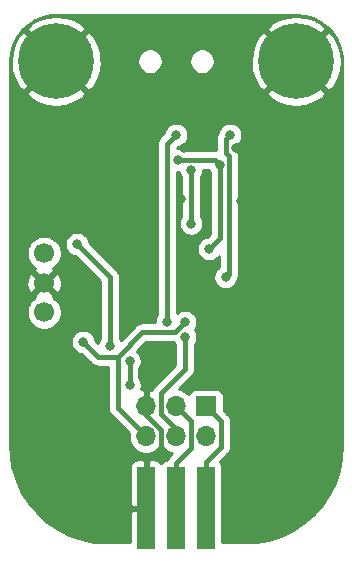
<source format=gbr>
%TF.GenerationSoftware,KiCad,Pcbnew,(5.1.10)-1*%
%TF.CreationDate,2021-09-08T15:10:06+01:00*%
%TF.ProjectId,Tiny-Pogo-AVR,54696e79-2d50-46f6-976f-2d4156522e6b,rev?*%
%TF.SameCoordinates,Original*%
%TF.FileFunction,Copper,L2,Bot*%
%TF.FilePolarity,Positive*%
%FSLAX46Y46*%
G04 Gerber Fmt 4.6, Leading zero omitted, Abs format (unit mm)*
G04 Created by KiCad (PCBNEW (5.1.10)-1) date 2021-09-08 15:10:06*
%MOMM*%
%LPD*%
G01*
G04 APERTURE LIST*
%TA.AperFunction,ComponentPad*%
%ADD10C,0.800000*%
%TD*%
%TA.AperFunction,ComponentPad*%
%ADD11C,6.400000*%
%TD*%
%TA.AperFunction,ComponentPad*%
%ADD12C,1.700000*%
%TD*%
%TA.AperFunction,ComponentPad*%
%ADD13O,1.700000X1.700000*%
%TD*%
%TA.AperFunction,ComponentPad*%
%ADD14R,1.700000X1.700000*%
%TD*%
%TA.AperFunction,SMDPad,CuDef*%
%ADD15R,1.500000X7.000000*%
%TD*%
%TA.AperFunction,ViaPad*%
%ADD16C,0.800000*%
%TD*%
%TA.AperFunction,Conductor*%
%ADD17C,0.400000*%
%TD*%
%TA.AperFunction,Conductor*%
%ADD18C,0.254000*%
%TD*%
%TA.AperFunction,Conductor*%
%ADD19C,0.100000*%
%TD*%
G04 APERTURE END LIST*
D10*
%TO.P,H2,1*%
%TO.N,GND*%
X150287056Y-61802944D03*
X148590000Y-61100000D03*
X146892944Y-61802944D03*
X146190000Y-63500000D03*
X146892944Y-65197056D03*
X148590000Y-65900000D03*
X150287056Y-65197056D03*
X150990000Y-63500000D03*
D11*
X148590000Y-63500000D03*
%TD*%
D10*
%TO.P,H1,1*%
%TO.N,GND*%
X129967056Y-61802944D03*
X128270000Y-61100000D03*
X126572944Y-61802944D03*
X125870000Y-63500000D03*
X126572944Y-65197056D03*
X128270000Y-65900000D03*
X129967056Y-65197056D03*
X130670000Y-63500000D03*
D11*
X128270000Y-63500000D03*
%TD*%
D12*
%TO.P,Y1,3*%
%TO.N,/XTAL2*%
X127254000Y-84756000D03*
%TO.P,Y1,2*%
%TO.N,GND*%
X127254000Y-82256000D03*
%TO.P,Y1,1*%
%TO.N,/XTAL1*%
X127254000Y-79756000D03*
%TD*%
D13*
%TO.P,J3,6*%
%TO.N,/RST*%
X135890000Y-95250000D03*
%TO.P,J3,5*%
%TO.N,GND*%
X135890000Y-92710000D03*
%TO.P,J3,4*%
%TO.N,/SCK*%
X138430000Y-95250000D03*
%TO.P,J3,3*%
%TO.N,/MOSI*%
X138430000Y-92710000D03*
%TO.P,J3,2*%
%TO.N,/MISO*%
X140970000Y-95250000D03*
D14*
%TO.P,J3,1*%
%TO.N,/TARGET_VCC*%
X140970000Y-92710000D03*
%TD*%
D15*
%TO.P,J1,5*%
%TO.N,GND*%
X135890000Y-101346000D03*
%TO.P,J1,3*%
%TO.N,/MOSI*%
X138430000Y-101346000D03*
%TO.P,J1,1*%
%TO.N,/TARGET_VCC*%
X140970000Y-101346000D03*
%TD*%
D16*
%TO.N,GND*%
X134112000Y-99568000D03*
X149352000Y-97917000D03*
X134874000Y-68453000D03*
X148463000Y-79248000D03*
X148717000Y-72136000D03*
X138811000Y-75184000D03*
X133604000Y-75184000D03*
X143891000Y-75311000D03*
X134493000Y-78994000D03*
X139065000Y-70866000D03*
X143510000Y-70866000D03*
X139192000Y-80518000D03*
X137668000Y-88138000D03*
%TO.N,+3V3*%
X139700000Y-72682000D03*
X139700000Y-77254000D03*
%TO.N,VCC*%
X138557000Y-71882000D03*
X142113000Y-72263000D03*
X132842000Y-87630000D03*
X130048000Y-78994000D03*
X141224000Y-79375000D03*
%TO.N,/SCK*%
X139192000Y-86868000D03*
%TO.N,/RST*%
X130556000Y-87249000D03*
X139192000Y-85598000D03*
%TO.N,/MOSI*%
X134493000Y-88900000D03*
X134493000Y-90932000D03*
%TO.N,/D-*%
X143002000Y-69723000D03*
X142621000Y-81788000D03*
%TO.N,/D+*%
X137668000Y-85598000D03*
X138430010Y-69723000D03*
%TD*%
D17*
%TO.N,GND*%
X135890000Y-93472000D02*
X135890000Y-92710000D01*
X137140001Y-94722001D02*
X135890000Y-93472000D01*
X137140001Y-96158999D02*
X137140001Y-94722001D01*
X135890000Y-97409000D02*
X137140001Y-96158999D01*
X135890000Y-101346000D02*
X135890000Y-97409000D01*
X135890000Y-89916000D02*
X137668000Y-88138000D01*
X135890000Y-92710000D02*
X135890000Y-89916000D01*
%TO.N,+3V3*%
X139700000Y-72682000D02*
X139700000Y-77254000D01*
%TO.N,VCC*%
X141732000Y-71882000D02*
X142113000Y-72263000D01*
X138557000Y-71882000D02*
X141732000Y-71882000D01*
X132842000Y-81788000D02*
X130048000Y-78994000D01*
X132842000Y-87630000D02*
X132842000Y-81788000D01*
X142113000Y-78486000D02*
X141224000Y-79375000D01*
X142113000Y-72263000D02*
X142113000Y-78486000D01*
%TO.N,/SCK*%
X139192000Y-89535000D02*
X139192000Y-86868000D01*
X137179999Y-91547001D02*
X139192000Y-89535000D01*
X137179999Y-93364999D02*
X137179999Y-91547001D01*
X138430000Y-94615000D02*
X137179999Y-93364999D01*
X138430000Y-95250000D02*
X138430000Y-94615000D01*
%TO.N,/RST*%
X130556000Y-87249000D02*
X131826000Y-88519000D01*
X131826000Y-88519000D02*
X133477000Y-88519000D01*
X133477000Y-92837000D02*
X133477000Y-88519000D01*
X135890000Y-95250000D02*
X133477000Y-92837000D01*
X133477000Y-88519000D02*
X135547002Y-86448998D01*
X135547002Y-86448998D02*
X138341002Y-86448998D01*
X138341002Y-86448998D02*
X139192000Y-85598000D01*
%TO.N,/MOSI*%
X138430000Y-101346000D02*
X138430000Y-97536000D01*
X139680001Y-93960001D02*
X138430000Y-92710000D01*
X139680001Y-96285999D02*
X139680001Y-93960001D01*
X138430000Y-97536000D02*
X139680001Y-96285999D01*
X134493000Y-88900000D02*
X134493000Y-90932000D01*
%TO.N,/D-*%
X143002000Y-69723000D02*
X142621000Y-70104000D01*
X142621000Y-70104000D02*
X142621000Y-71247000D01*
X142913001Y-81495999D02*
X142621000Y-81788000D01*
X142913001Y-71539001D02*
X142913001Y-81495999D01*
X142621000Y-71247000D02*
X142913001Y-71539001D01*
%TO.N,/D+*%
X137668000Y-85598000D02*
X137668000Y-70485010D01*
X137668000Y-70485010D02*
X138430010Y-69723000D01*
%TO.N,/TARGET_VCC*%
X140970000Y-101346000D02*
X140970000Y-97409000D01*
X142220001Y-93960001D02*
X140970000Y-92710000D01*
X142220001Y-96158999D02*
X142220001Y-93960001D01*
X140970000Y-97409000D02*
X142220001Y-96158999D01*
%TD*%
D18*
%TO.N,GND*%
X149302396Y-59656241D02*
X149990940Y-59850429D01*
X150632563Y-60166843D01*
X151205777Y-60594882D01*
X151691393Y-61120220D01*
X152073142Y-61725255D01*
X152338237Y-62389720D01*
X152480350Y-63104173D01*
X152502000Y-63517274D01*
X152502001Y-95990090D01*
X152428262Y-97100279D01*
X152212682Y-98169438D01*
X151857594Y-99200687D01*
X151369232Y-100175924D01*
X150756185Y-101077996D01*
X150029210Y-101891072D01*
X149201096Y-102600852D01*
X148286373Y-103194880D01*
X147301129Y-103662709D01*
X146262668Y-103996123D01*
X145185814Y-104189879D01*
X144253563Y-104242000D01*
X142358072Y-104242000D01*
X142358072Y-97846000D01*
X142345812Y-97721518D01*
X142309502Y-97601820D01*
X142250537Y-97491506D01*
X142171185Y-97394815D01*
X142167817Y-97392051D01*
X142781429Y-96778439D01*
X142813292Y-96752290D01*
X142917637Y-96625145D01*
X142995173Y-96480086D01*
X143042919Y-96322688D01*
X143055001Y-96200018D01*
X143055001Y-96200008D01*
X143059040Y-96159000D01*
X143055001Y-96117992D01*
X143055001Y-94001008D01*
X143059040Y-93960000D01*
X143055001Y-93918992D01*
X143055001Y-93918982D01*
X143042919Y-93796312D01*
X142995173Y-93638914D01*
X142917637Y-93493855D01*
X142813292Y-93366710D01*
X142781427Y-93340559D01*
X142458072Y-93017204D01*
X142458072Y-91860000D01*
X142445812Y-91735518D01*
X142409502Y-91615820D01*
X142350537Y-91505506D01*
X142271185Y-91408815D01*
X142174494Y-91329463D01*
X142064180Y-91270498D01*
X141944482Y-91234188D01*
X141820000Y-91221928D01*
X140120000Y-91221928D01*
X139995518Y-91234188D01*
X139875820Y-91270498D01*
X139765506Y-91329463D01*
X139668815Y-91408815D01*
X139589463Y-91505506D01*
X139530498Y-91615820D01*
X139508487Y-91688380D01*
X139376632Y-91556525D01*
X139133411Y-91394010D01*
X138863158Y-91282068D01*
X138665180Y-91242687D01*
X139753428Y-90154440D01*
X139785291Y-90128291D01*
X139889636Y-90001146D01*
X139967172Y-89856087D01*
X140014918Y-89698689D01*
X140027000Y-89576019D01*
X140027000Y-89576018D01*
X140031040Y-89535001D01*
X140027000Y-89493982D01*
X140027000Y-87481285D01*
X140109205Y-87358256D01*
X140187226Y-87169898D01*
X140227000Y-86969939D01*
X140227000Y-86766061D01*
X140187226Y-86566102D01*
X140109205Y-86377744D01*
X140012490Y-86233000D01*
X140109205Y-86088256D01*
X140187226Y-85899898D01*
X140227000Y-85699939D01*
X140227000Y-85496061D01*
X140187226Y-85296102D01*
X140109205Y-85107744D01*
X139995937Y-84938226D01*
X139851774Y-84794063D01*
X139682256Y-84680795D01*
X139493898Y-84602774D01*
X139293939Y-84563000D01*
X139090061Y-84563000D01*
X138890102Y-84602774D01*
X138701744Y-84680795D01*
X138532226Y-84794063D01*
X138503000Y-84823289D01*
X138503000Y-72917000D01*
X138658939Y-72917000D01*
X138690229Y-72910776D01*
X138704774Y-72983898D01*
X138782795Y-73172256D01*
X138865000Y-73295285D01*
X138865001Y-76640714D01*
X138782795Y-76763744D01*
X138704774Y-76952102D01*
X138665000Y-77152061D01*
X138665000Y-77355939D01*
X138704774Y-77555898D01*
X138782795Y-77744256D01*
X138896063Y-77913774D01*
X139040226Y-78057937D01*
X139209744Y-78171205D01*
X139398102Y-78249226D01*
X139598061Y-78289000D01*
X139801939Y-78289000D01*
X140001898Y-78249226D01*
X140190256Y-78171205D01*
X140359774Y-78057937D01*
X140503937Y-77913774D01*
X140617205Y-77744256D01*
X140695226Y-77555898D01*
X140735000Y-77355939D01*
X140735000Y-77152061D01*
X140695226Y-76952102D01*
X140617205Y-76763744D01*
X140535000Y-76640715D01*
X140535000Y-73295285D01*
X140617205Y-73172256D01*
X140695226Y-72983898D01*
X140735000Y-72783939D01*
X140735000Y-72717000D01*
X141180777Y-72717000D01*
X141195795Y-72753256D01*
X141278000Y-72876285D01*
X141278001Y-78140131D01*
X141067224Y-78350908D01*
X140922102Y-78379774D01*
X140733744Y-78457795D01*
X140564226Y-78571063D01*
X140420063Y-78715226D01*
X140306795Y-78884744D01*
X140228774Y-79073102D01*
X140189000Y-79273061D01*
X140189000Y-79476939D01*
X140228774Y-79676898D01*
X140306795Y-79865256D01*
X140420063Y-80034774D01*
X140564226Y-80178937D01*
X140733744Y-80292205D01*
X140922102Y-80370226D01*
X141122061Y-80410000D01*
X141325939Y-80410000D01*
X141525898Y-80370226D01*
X141714256Y-80292205D01*
X141883774Y-80178937D01*
X142027937Y-80034774D01*
X142078002Y-79959846D01*
X142078002Y-80906036D01*
X141961226Y-80984063D01*
X141817063Y-81128226D01*
X141703795Y-81297744D01*
X141625774Y-81486102D01*
X141586000Y-81686061D01*
X141586000Y-81889939D01*
X141625774Y-82089898D01*
X141703795Y-82278256D01*
X141817063Y-82447774D01*
X141961226Y-82591937D01*
X142130744Y-82705205D01*
X142319102Y-82783226D01*
X142519061Y-82823000D01*
X142722939Y-82823000D01*
X142922898Y-82783226D01*
X143111256Y-82705205D01*
X143280774Y-82591937D01*
X143424937Y-82447774D01*
X143538205Y-82278256D01*
X143616226Y-82089898D01*
X143656000Y-81889939D01*
X143656000Y-81877277D01*
X143688173Y-81817086D01*
X143735919Y-81659688D01*
X143748001Y-81537018D01*
X143748001Y-81537017D01*
X143752041Y-81495999D01*
X143748001Y-81454981D01*
X143748001Y-71580019D01*
X143752041Y-71539001D01*
X143735919Y-71375313D01*
X143715478Y-71307928D01*
X143688173Y-71217914D01*
X143610637Y-71072855D01*
X143506292Y-70945710D01*
X143474428Y-70919560D01*
X143456000Y-70901132D01*
X143456000Y-70655223D01*
X143492256Y-70640205D01*
X143661774Y-70526937D01*
X143805937Y-70382774D01*
X143919205Y-70213256D01*
X143997226Y-70024898D01*
X144037000Y-69824939D01*
X144037000Y-69621061D01*
X143997226Y-69421102D01*
X143919205Y-69232744D01*
X143805937Y-69063226D01*
X143661774Y-68919063D01*
X143492256Y-68805795D01*
X143303898Y-68727774D01*
X143103939Y-68688000D01*
X142900061Y-68688000D01*
X142700102Y-68727774D01*
X142511744Y-68805795D01*
X142342226Y-68919063D01*
X142198063Y-69063226D01*
X142084795Y-69232744D01*
X142006774Y-69421102D01*
X141976551Y-69573046D01*
X141923365Y-69637854D01*
X141923364Y-69637855D01*
X141845828Y-69782914D01*
X141798082Y-69940312D01*
X141781960Y-70104000D01*
X141786000Y-70145019D01*
X141786001Y-71048279D01*
X141773019Y-71047000D01*
X141773018Y-71047000D01*
X141732000Y-71042960D01*
X141690982Y-71047000D01*
X139170285Y-71047000D01*
X139047256Y-70964795D01*
X138858898Y-70886774D01*
X138658939Y-70847000D01*
X138503000Y-70847000D01*
X138503000Y-70830878D01*
X138586785Y-70747092D01*
X138731908Y-70718226D01*
X138920266Y-70640205D01*
X139089784Y-70526937D01*
X139233947Y-70382774D01*
X139347215Y-70213256D01*
X139425236Y-70024898D01*
X139465010Y-69824939D01*
X139465010Y-69621061D01*
X139425236Y-69421102D01*
X139347215Y-69232744D01*
X139233947Y-69063226D01*
X139089784Y-68919063D01*
X138920266Y-68805795D01*
X138731908Y-68727774D01*
X138531949Y-68688000D01*
X138328071Y-68688000D01*
X138128112Y-68727774D01*
X137939754Y-68805795D01*
X137770236Y-68919063D01*
X137626073Y-69063226D01*
X137512805Y-69232744D01*
X137434784Y-69421102D01*
X137405918Y-69566225D01*
X137106574Y-69865569D01*
X137074710Y-69891719D01*
X137048562Y-69923581D01*
X136970364Y-70018865D01*
X136892828Y-70163924D01*
X136845082Y-70321322D01*
X136828960Y-70485010D01*
X136833001Y-70526039D01*
X136833000Y-84984715D01*
X136750795Y-85107744D01*
X136672774Y-85296102D01*
X136633000Y-85496061D01*
X136633000Y-85613998D01*
X135588020Y-85613998D01*
X135547002Y-85609958D01*
X135505983Y-85613998D01*
X135383313Y-85626080D01*
X135225915Y-85673826D01*
X135080856Y-85751362D01*
X134953711Y-85855707D01*
X134927565Y-85887566D01*
X133725633Y-87089499D01*
X133677000Y-87016715D01*
X133677000Y-81829018D01*
X133681040Y-81788000D01*
X133664918Y-81624312D01*
X133664294Y-81622253D01*
X133617172Y-81466913D01*
X133539636Y-81321854D01*
X133461439Y-81226570D01*
X133461437Y-81226568D01*
X133435291Y-81194709D01*
X133403432Y-81168563D01*
X131072093Y-78837225D01*
X131043226Y-78692102D01*
X130965205Y-78503744D01*
X130851937Y-78334226D01*
X130707774Y-78190063D01*
X130538256Y-78076795D01*
X130349898Y-77998774D01*
X130149939Y-77959000D01*
X129946061Y-77959000D01*
X129746102Y-77998774D01*
X129557744Y-78076795D01*
X129388226Y-78190063D01*
X129244063Y-78334226D01*
X129130795Y-78503744D01*
X129052774Y-78692102D01*
X129013000Y-78892061D01*
X129013000Y-79095939D01*
X129052774Y-79295898D01*
X129130795Y-79484256D01*
X129244063Y-79653774D01*
X129388226Y-79797937D01*
X129557744Y-79911205D01*
X129746102Y-79989226D01*
X129891225Y-80018093D01*
X132007001Y-82133870D01*
X132007000Y-87016715D01*
X131924795Y-87139744D01*
X131846774Y-87328102D01*
X131841663Y-87353796D01*
X131580093Y-87092225D01*
X131551226Y-86947102D01*
X131473205Y-86758744D01*
X131359937Y-86589226D01*
X131215774Y-86445063D01*
X131046256Y-86331795D01*
X130857898Y-86253774D01*
X130657939Y-86214000D01*
X130454061Y-86214000D01*
X130254102Y-86253774D01*
X130065744Y-86331795D01*
X129896226Y-86445063D01*
X129752063Y-86589226D01*
X129638795Y-86758744D01*
X129560774Y-86947102D01*
X129521000Y-87147061D01*
X129521000Y-87350939D01*
X129560774Y-87550898D01*
X129638795Y-87739256D01*
X129752063Y-87908774D01*
X129896226Y-88052937D01*
X130065744Y-88166205D01*
X130254102Y-88244226D01*
X130399225Y-88273093D01*
X131206558Y-89080426D01*
X131232709Y-89112291D01*
X131359854Y-89216636D01*
X131504913Y-89294172D01*
X131662311Y-89341918D01*
X131784981Y-89354000D01*
X131784983Y-89354000D01*
X131825999Y-89358040D01*
X131867015Y-89354000D01*
X132642001Y-89354000D01*
X132642000Y-92795981D01*
X132637960Y-92837000D01*
X132642000Y-92878018D01*
X132654082Y-93000688D01*
X132701828Y-93158086D01*
X132779364Y-93303145D01*
X132883709Y-93430291D01*
X132915579Y-93456446D01*
X134431193Y-94972061D01*
X134405000Y-95103740D01*
X134405000Y-95396260D01*
X134462068Y-95683158D01*
X134574010Y-95953411D01*
X134736525Y-96196632D01*
X134943368Y-96403475D01*
X135186589Y-96565990D01*
X135456842Y-96677932D01*
X135743740Y-96735000D01*
X136036260Y-96735000D01*
X136323158Y-96677932D01*
X136593411Y-96565990D01*
X136836632Y-96403475D01*
X137043475Y-96196632D01*
X137160000Y-96022240D01*
X137276525Y-96196632D01*
X137483368Y-96403475D01*
X137726589Y-96565990D01*
X137996842Y-96677932D01*
X138088891Y-96696242D01*
X137868574Y-96916559D01*
X137836710Y-96942709D01*
X137810562Y-96974571D01*
X137732364Y-97069855D01*
X137657371Y-97210157D01*
X137555518Y-97220188D01*
X137435820Y-97256498D01*
X137325506Y-97315463D01*
X137228815Y-97394815D01*
X137160000Y-97478667D01*
X137091185Y-97394815D01*
X136994494Y-97315463D01*
X136884180Y-97256498D01*
X136764482Y-97220188D01*
X136640000Y-97207928D01*
X136175750Y-97211000D01*
X136017000Y-97369750D01*
X136017000Y-101219000D01*
X136037000Y-101219000D01*
X136037000Y-101473000D01*
X136017000Y-101473000D01*
X136017000Y-101493000D01*
X135763000Y-101493000D01*
X135763000Y-101473000D01*
X134663750Y-101473000D01*
X134505000Y-101631750D01*
X134502505Y-104242000D01*
X132609895Y-104242000D01*
X131499721Y-104168262D01*
X130430562Y-103952682D01*
X129399313Y-103597594D01*
X128424076Y-103109232D01*
X127522004Y-102496185D01*
X126708928Y-101769210D01*
X125999148Y-100941096D01*
X125405120Y-100026373D01*
X124937291Y-99041129D01*
X124603877Y-98002668D01*
X124575689Y-97846000D01*
X134501928Y-97846000D01*
X134505000Y-101060250D01*
X134663750Y-101219000D01*
X135763000Y-101219000D01*
X135763000Y-97369750D01*
X135604250Y-97211000D01*
X135140000Y-97207928D01*
X135015518Y-97220188D01*
X134895820Y-97256498D01*
X134785506Y-97315463D01*
X134688815Y-97394815D01*
X134609463Y-97491506D01*
X134550498Y-97601820D01*
X134514188Y-97721518D01*
X134501928Y-97846000D01*
X124575689Y-97846000D01*
X124410121Y-96925814D01*
X124358000Y-95993563D01*
X124358000Y-84609740D01*
X125769000Y-84609740D01*
X125769000Y-84902260D01*
X125826068Y-85189158D01*
X125938010Y-85459411D01*
X126100525Y-85702632D01*
X126307368Y-85909475D01*
X126550589Y-86071990D01*
X126820842Y-86183932D01*
X127107740Y-86241000D01*
X127400260Y-86241000D01*
X127687158Y-86183932D01*
X127957411Y-86071990D01*
X128200632Y-85909475D01*
X128407475Y-85702632D01*
X128569990Y-85459411D01*
X128681932Y-85189158D01*
X128739000Y-84902260D01*
X128739000Y-84609740D01*
X128681932Y-84322842D01*
X128569990Y-84052589D01*
X128407475Y-83809368D01*
X128200632Y-83602525D01*
X128037590Y-83493584D01*
X128102792Y-83284397D01*
X127254000Y-82435605D01*
X126405208Y-83284397D01*
X126470410Y-83493584D01*
X126307368Y-83602525D01*
X126100525Y-83809368D01*
X125938010Y-84052589D01*
X125826068Y-84322842D01*
X125769000Y-84609740D01*
X124358000Y-84609740D01*
X124358000Y-82324531D01*
X125763389Y-82324531D01*
X125805401Y-82614019D01*
X125903081Y-82889747D01*
X125976528Y-83027157D01*
X126225603Y-83104792D01*
X127074395Y-82256000D01*
X127433605Y-82256000D01*
X128282397Y-83104792D01*
X128531472Y-83027157D01*
X128657371Y-82763117D01*
X128729339Y-82479589D01*
X128744611Y-82187469D01*
X128702599Y-81897981D01*
X128604919Y-81622253D01*
X128531472Y-81484843D01*
X128282397Y-81407208D01*
X127433605Y-82256000D01*
X127074395Y-82256000D01*
X126225603Y-81407208D01*
X125976528Y-81484843D01*
X125850629Y-81748883D01*
X125778661Y-82032411D01*
X125763389Y-82324531D01*
X124358000Y-82324531D01*
X124358000Y-79609740D01*
X125769000Y-79609740D01*
X125769000Y-79902260D01*
X125826068Y-80189158D01*
X125938010Y-80459411D01*
X126100525Y-80702632D01*
X126307368Y-80909475D01*
X126470410Y-81018416D01*
X126405208Y-81227603D01*
X127254000Y-82076395D01*
X128102792Y-81227603D01*
X128037590Y-81018416D01*
X128200632Y-80909475D01*
X128407475Y-80702632D01*
X128569990Y-80459411D01*
X128681932Y-80189158D01*
X128739000Y-79902260D01*
X128739000Y-79609740D01*
X128681932Y-79322842D01*
X128569990Y-79052589D01*
X128407475Y-78809368D01*
X128200632Y-78602525D01*
X127957411Y-78440010D01*
X127687158Y-78328068D01*
X127400260Y-78271000D01*
X127107740Y-78271000D01*
X126820842Y-78328068D01*
X126550589Y-78440010D01*
X126307368Y-78602525D01*
X126100525Y-78809368D01*
X125938010Y-79052589D01*
X125826068Y-79322842D01*
X125769000Y-79609740D01*
X124358000Y-79609740D01*
X124358000Y-66200881D01*
X125748724Y-66200881D01*
X126108912Y-66690548D01*
X126772882Y-67050849D01*
X127494385Y-67274694D01*
X128245695Y-67353480D01*
X128997938Y-67284178D01*
X129722208Y-67069452D01*
X130390670Y-66717555D01*
X130431088Y-66690548D01*
X130791276Y-66200881D01*
X146068724Y-66200881D01*
X146428912Y-66690548D01*
X147092882Y-67050849D01*
X147814385Y-67274694D01*
X148565695Y-67353480D01*
X149317938Y-67284178D01*
X150042208Y-67069452D01*
X150710670Y-66717555D01*
X150751088Y-66690548D01*
X151111276Y-66200881D01*
X148590000Y-63679605D01*
X146068724Y-66200881D01*
X130791276Y-66200881D01*
X128270000Y-63679605D01*
X125748724Y-66200881D01*
X124358000Y-66200881D01*
X124358000Y-63530256D01*
X124363013Y-63475695D01*
X124416520Y-63475695D01*
X124485822Y-64227938D01*
X124700548Y-64952208D01*
X125052445Y-65620670D01*
X125079452Y-65661088D01*
X125569119Y-66021276D01*
X128090395Y-63500000D01*
X128449605Y-63500000D01*
X130970881Y-66021276D01*
X131460548Y-65661088D01*
X131820849Y-64997118D01*
X132044694Y-64275615D01*
X132123480Y-63524305D01*
X132111396Y-63393137D01*
X135145000Y-63393137D01*
X135145000Y-63606863D01*
X135186696Y-63816483D01*
X135268485Y-64013940D01*
X135387225Y-64191647D01*
X135538353Y-64342775D01*
X135716060Y-64461515D01*
X135913517Y-64543304D01*
X136123137Y-64585000D01*
X136336863Y-64585000D01*
X136546483Y-64543304D01*
X136743940Y-64461515D01*
X136921647Y-64342775D01*
X137072775Y-64191647D01*
X137191515Y-64013940D01*
X137273304Y-63816483D01*
X137315000Y-63606863D01*
X137315000Y-63393137D01*
X139545000Y-63393137D01*
X139545000Y-63606863D01*
X139586696Y-63816483D01*
X139668485Y-64013940D01*
X139787225Y-64191647D01*
X139938353Y-64342775D01*
X140116060Y-64461515D01*
X140313517Y-64543304D01*
X140523137Y-64585000D01*
X140736863Y-64585000D01*
X140946483Y-64543304D01*
X141143940Y-64461515D01*
X141321647Y-64342775D01*
X141472775Y-64191647D01*
X141591515Y-64013940D01*
X141673304Y-63816483D01*
X141715000Y-63606863D01*
X141715000Y-63475695D01*
X144736520Y-63475695D01*
X144805822Y-64227938D01*
X145020548Y-64952208D01*
X145372445Y-65620670D01*
X145399452Y-65661088D01*
X145889119Y-66021276D01*
X148410395Y-63500000D01*
X148769605Y-63500000D01*
X151290881Y-66021276D01*
X151780548Y-65661088D01*
X152140849Y-64997118D01*
X152364694Y-64275615D01*
X152443480Y-63524305D01*
X152374178Y-62772062D01*
X152159452Y-62047792D01*
X151807555Y-61379330D01*
X151780548Y-61338912D01*
X151290881Y-60978724D01*
X148769605Y-63500000D01*
X148410395Y-63500000D01*
X145889119Y-60978724D01*
X145399452Y-61338912D01*
X145039151Y-62002882D01*
X144815306Y-62724385D01*
X144736520Y-63475695D01*
X141715000Y-63475695D01*
X141715000Y-63393137D01*
X141673304Y-63183517D01*
X141591515Y-62986060D01*
X141472775Y-62808353D01*
X141321647Y-62657225D01*
X141143940Y-62538485D01*
X140946483Y-62456696D01*
X140736863Y-62415000D01*
X140523137Y-62415000D01*
X140313517Y-62456696D01*
X140116060Y-62538485D01*
X139938353Y-62657225D01*
X139787225Y-62808353D01*
X139668485Y-62986060D01*
X139586696Y-63183517D01*
X139545000Y-63393137D01*
X137315000Y-63393137D01*
X137273304Y-63183517D01*
X137191515Y-62986060D01*
X137072775Y-62808353D01*
X136921647Y-62657225D01*
X136743940Y-62538485D01*
X136546483Y-62456696D01*
X136336863Y-62415000D01*
X136123137Y-62415000D01*
X135913517Y-62456696D01*
X135716060Y-62538485D01*
X135538353Y-62657225D01*
X135387225Y-62808353D01*
X135268485Y-62986060D01*
X135186696Y-63183517D01*
X135145000Y-63393137D01*
X132111396Y-63393137D01*
X132054178Y-62772062D01*
X131839452Y-62047792D01*
X131487555Y-61379330D01*
X131460548Y-61338912D01*
X130970881Y-60978724D01*
X128449605Y-63500000D01*
X128090395Y-63500000D01*
X125569119Y-60978724D01*
X125079452Y-61338912D01*
X124719151Y-62002882D01*
X124495306Y-62724385D01*
X124416520Y-63475695D01*
X124363013Y-63475695D01*
X124426241Y-62787604D01*
X124620429Y-62099060D01*
X124936843Y-61457437D01*
X125364882Y-60884223D01*
X125456947Y-60799119D01*
X125748724Y-60799119D01*
X128270000Y-63320395D01*
X130791276Y-60799119D01*
X146068724Y-60799119D01*
X148590000Y-63320395D01*
X151111276Y-60799119D01*
X150751088Y-60309452D01*
X150087118Y-59949151D01*
X149365615Y-59725306D01*
X148614305Y-59646520D01*
X147862062Y-59715822D01*
X147137792Y-59930548D01*
X146469330Y-60282445D01*
X146428912Y-60309452D01*
X146068724Y-60799119D01*
X130791276Y-60799119D01*
X130431088Y-60309452D01*
X129767118Y-59949151D01*
X129045615Y-59725306D01*
X128294305Y-59646520D01*
X127542062Y-59715822D01*
X126817792Y-59930548D01*
X126149330Y-60282445D01*
X126108912Y-60309452D01*
X125748724Y-60799119D01*
X125456947Y-60799119D01*
X125890220Y-60398607D01*
X126495255Y-60016858D01*
X127159720Y-59751763D01*
X127874173Y-59609650D01*
X128287274Y-59588000D01*
X148559744Y-59588000D01*
X149302396Y-59656241D01*
%TA.AperFunction,Conductor*%
D19*
G36*
X149302396Y-59656241D02*
G01*
X149990940Y-59850429D01*
X150632563Y-60166843D01*
X151205777Y-60594882D01*
X151691393Y-61120220D01*
X152073142Y-61725255D01*
X152338237Y-62389720D01*
X152480350Y-63104173D01*
X152502000Y-63517274D01*
X152502001Y-95990090D01*
X152428262Y-97100279D01*
X152212682Y-98169438D01*
X151857594Y-99200687D01*
X151369232Y-100175924D01*
X150756185Y-101077996D01*
X150029210Y-101891072D01*
X149201096Y-102600852D01*
X148286373Y-103194880D01*
X147301129Y-103662709D01*
X146262668Y-103996123D01*
X145185814Y-104189879D01*
X144253563Y-104242000D01*
X142358072Y-104242000D01*
X142358072Y-97846000D01*
X142345812Y-97721518D01*
X142309502Y-97601820D01*
X142250537Y-97491506D01*
X142171185Y-97394815D01*
X142167817Y-97392051D01*
X142781429Y-96778439D01*
X142813292Y-96752290D01*
X142917637Y-96625145D01*
X142995173Y-96480086D01*
X143042919Y-96322688D01*
X143055001Y-96200018D01*
X143055001Y-96200008D01*
X143059040Y-96159000D01*
X143055001Y-96117992D01*
X143055001Y-94001008D01*
X143059040Y-93960000D01*
X143055001Y-93918992D01*
X143055001Y-93918982D01*
X143042919Y-93796312D01*
X142995173Y-93638914D01*
X142917637Y-93493855D01*
X142813292Y-93366710D01*
X142781427Y-93340559D01*
X142458072Y-93017204D01*
X142458072Y-91860000D01*
X142445812Y-91735518D01*
X142409502Y-91615820D01*
X142350537Y-91505506D01*
X142271185Y-91408815D01*
X142174494Y-91329463D01*
X142064180Y-91270498D01*
X141944482Y-91234188D01*
X141820000Y-91221928D01*
X140120000Y-91221928D01*
X139995518Y-91234188D01*
X139875820Y-91270498D01*
X139765506Y-91329463D01*
X139668815Y-91408815D01*
X139589463Y-91505506D01*
X139530498Y-91615820D01*
X139508487Y-91688380D01*
X139376632Y-91556525D01*
X139133411Y-91394010D01*
X138863158Y-91282068D01*
X138665180Y-91242687D01*
X139753428Y-90154440D01*
X139785291Y-90128291D01*
X139889636Y-90001146D01*
X139967172Y-89856087D01*
X140014918Y-89698689D01*
X140027000Y-89576019D01*
X140027000Y-89576018D01*
X140031040Y-89535001D01*
X140027000Y-89493982D01*
X140027000Y-87481285D01*
X140109205Y-87358256D01*
X140187226Y-87169898D01*
X140227000Y-86969939D01*
X140227000Y-86766061D01*
X140187226Y-86566102D01*
X140109205Y-86377744D01*
X140012490Y-86233000D01*
X140109205Y-86088256D01*
X140187226Y-85899898D01*
X140227000Y-85699939D01*
X140227000Y-85496061D01*
X140187226Y-85296102D01*
X140109205Y-85107744D01*
X139995937Y-84938226D01*
X139851774Y-84794063D01*
X139682256Y-84680795D01*
X139493898Y-84602774D01*
X139293939Y-84563000D01*
X139090061Y-84563000D01*
X138890102Y-84602774D01*
X138701744Y-84680795D01*
X138532226Y-84794063D01*
X138503000Y-84823289D01*
X138503000Y-72917000D01*
X138658939Y-72917000D01*
X138690229Y-72910776D01*
X138704774Y-72983898D01*
X138782795Y-73172256D01*
X138865000Y-73295285D01*
X138865001Y-76640714D01*
X138782795Y-76763744D01*
X138704774Y-76952102D01*
X138665000Y-77152061D01*
X138665000Y-77355939D01*
X138704774Y-77555898D01*
X138782795Y-77744256D01*
X138896063Y-77913774D01*
X139040226Y-78057937D01*
X139209744Y-78171205D01*
X139398102Y-78249226D01*
X139598061Y-78289000D01*
X139801939Y-78289000D01*
X140001898Y-78249226D01*
X140190256Y-78171205D01*
X140359774Y-78057937D01*
X140503937Y-77913774D01*
X140617205Y-77744256D01*
X140695226Y-77555898D01*
X140735000Y-77355939D01*
X140735000Y-77152061D01*
X140695226Y-76952102D01*
X140617205Y-76763744D01*
X140535000Y-76640715D01*
X140535000Y-73295285D01*
X140617205Y-73172256D01*
X140695226Y-72983898D01*
X140735000Y-72783939D01*
X140735000Y-72717000D01*
X141180777Y-72717000D01*
X141195795Y-72753256D01*
X141278000Y-72876285D01*
X141278001Y-78140131D01*
X141067224Y-78350908D01*
X140922102Y-78379774D01*
X140733744Y-78457795D01*
X140564226Y-78571063D01*
X140420063Y-78715226D01*
X140306795Y-78884744D01*
X140228774Y-79073102D01*
X140189000Y-79273061D01*
X140189000Y-79476939D01*
X140228774Y-79676898D01*
X140306795Y-79865256D01*
X140420063Y-80034774D01*
X140564226Y-80178937D01*
X140733744Y-80292205D01*
X140922102Y-80370226D01*
X141122061Y-80410000D01*
X141325939Y-80410000D01*
X141525898Y-80370226D01*
X141714256Y-80292205D01*
X141883774Y-80178937D01*
X142027937Y-80034774D01*
X142078002Y-79959846D01*
X142078002Y-80906036D01*
X141961226Y-80984063D01*
X141817063Y-81128226D01*
X141703795Y-81297744D01*
X141625774Y-81486102D01*
X141586000Y-81686061D01*
X141586000Y-81889939D01*
X141625774Y-82089898D01*
X141703795Y-82278256D01*
X141817063Y-82447774D01*
X141961226Y-82591937D01*
X142130744Y-82705205D01*
X142319102Y-82783226D01*
X142519061Y-82823000D01*
X142722939Y-82823000D01*
X142922898Y-82783226D01*
X143111256Y-82705205D01*
X143280774Y-82591937D01*
X143424937Y-82447774D01*
X143538205Y-82278256D01*
X143616226Y-82089898D01*
X143656000Y-81889939D01*
X143656000Y-81877277D01*
X143688173Y-81817086D01*
X143735919Y-81659688D01*
X143748001Y-81537018D01*
X143748001Y-81537017D01*
X143752041Y-81495999D01*
X143748001Y-81454981D01*
X143748001Y-71580019D01*
X143752041Y-71539001D01*
X143735919Y-71375313D01*
X143715478Y-71307928D01*
X143688173Y-71217914D01*
X143610637Y-71072855D01*
X143506292Y-70945710D01*
X143474428Y-70919560D01*
X143456000Y-70901132D01*
X143456000Y-70655223D01*
X143492256Y-70640205D01*
X143661774Y-70526937D01*
X143805937Y-70382774D01*
X143919205Y-70213256D01*
X143997226Y-70024898D01*
X144037000Y-69824939D01*
X144037000Y-69621061D01*
X143997226Y-69421102D01*
X143919205Y-69232744D01*
X143805937Y-69063226D01*
X143661774Y-68919063D01*
X143492256Y-68805795D01*
X143303898Y-68727774D01*
X143103939Y-68688000D01*
X142900061Y-68688000D01*
X142700102Y-68727774D01*
X142511744Y-68805795D01*
X142342226Y-68919063D01*
X142198063Y-69063226D01*
X142084795Y-69232744D01*
X142006774Y-69421102D01*
X141976551Y-69573046D01*
X141923365Y-69637854D01*
X141923364Y-69637855D01*
X141845828Y-69782914D01*
X141798082Y-69940312D01*
X141781960Y-70104000D01*
X141786000Y-70145019D01*
X141786001Y-71048279D01*
X141773019Y-71047000D01*
X141773018Y-71047000D01*
X141732000Y-71042960D01*
X141690982Y-71047000D01*
X139170285Y-71047000D01*
X139047256Y-70964795D01*
X138858898Y-70886774D01*
X138658939Y-70847000D01*
X138503000Y-70847000D01*
X138503000Y-70830878D01*
X138586785Y-70747092D01*
X138731908Y-70718226D01*
X138920266Y-70640205D01*
X139089784Y-70526937D01*
X139233947Y-70382774D01*
X139347215Y-70213256D01*
X139425236Y-70024898D01*
X139465010Y-69824939D01*
X139465010Y-69621061D01*
X139425236Y-69421102D01*
X139347215Y-69232744D01*
X139233947Y-69063226D01*
X139089784Y-68919063D01*
X138920266Y-68805795D01*
X138731908Y-68727774D01*
X138531949Y-68688000D01*
X138328071Y-68688000D01*
X138128112Y-68727774D01*
X137939754Y-68805795D01*
X137770236Y-68919063D01*
X137626073Y-69063226D01*
X137512805Y-69232744D01*
X137434784Y-69421102D01*
X137405918Y-69566225D01*
X137106574Y-69865569D01*
X137074710Y-69891719D01*
X137048562Y-69923581D01*
X136970364Y-70018865D01*
X136892828Y-70163924D01*
X136845082Y-70321322D01*
X136828960Y-70485010D01*
X136833001Y-70526039D01*
X136833000Y-84984715D01*
X136750795Y-85107744D01*
X136672774Y-85296102D01*
X136633000Y-85496061D01*
X136633000Y-85613998D01*
X135588020Y-85613998D01*
X135547002Y-85609958D01*
X135505983Y-85613998D01*
X135383313Y-85626080D01*
X135225915Y-85673826D01*
X135080856Y-85751362D01*
X134953711Y-85855707D01*
X134927565Y-85887566D01*
X133725633Y-87089499D01*
X133677000Y-87016715D01*
X133677000Y-81829018D01*
X133681040Y-81788000D01*
X133664918Y-81624312D01*
X133664294Y-81622253D01*
X133617172Y-81466913D01*
X133539636Y-81321854D01*
X133461439Y-81226570D01*
X133461437Y-81226568D01*
X133435291Y-81194709D01*
X133403432Y-81168563D01*
X131072093Y-78837225D01*
X131043226Y-78692102D01*
X130965205Y-78503744D01*
X130851937Y-78334226D01*
X130707774Y-78190063D01*
X130538256Y-78076795D01*
X130349898Y-77998774D01*
X130149939Y-77959000D01*
X129946061Y-77959000D01*
X129746102Y-77998774D01*
X129557744Y-78076795D01*
X129388226Y-78190063D01*
X129244063Y-78334226D01*
X129130795Y-78503744D01*
X129052774Y-78692102D01*
X129013000Y-78892061D01*
X129013000Y-79095939D01*
X129052774Y-79295898D01*
X129130795Y-79484256D01*
X129244063Y-79653774D01*
X129388226Y-79797937D01*
X129557744Y-79911205D01*
X129746102Y-79989226D01*
X129891225Y-80018093D01*
X132007001Y-82133870D01*
X132007000Y-87016715D01*
X131924795Y-87139744D01*
X131846774Y-87328102D01*
X131841663Y-87353796D01*
X131580093Y-87092225D01*
X131551226Y-86947102D01*
X131473205Y-86758744D01*
X131359937Y-86589226D01*
X131215774Y-86445063D01*
X131046256Y-86331795D01*
X130857898Y-86253774D01*
X130657939Y-86214000D01*
X130454061Y-86214000D01*
X130254102Y-86253774D01*
X130065744Y-86331795D01*
X129896226Y-86445063D01*
X129752063Y-86589226D01*
X129638795Y-86758744D01*
X129560774Y-86947102D01*
X129521000Y-87147061D01*
X129521000Y-87350939D01*
X129560774Y-87550898D01*
X129638795Y-87739256D01*
X129752063Y-87908774D01*
X129896226Y-88052937D01*
X130065744Y-88166205D01*
X130254102Y-88244226D01*
X130399225Y-88273093D01*
X131206558Y-89080426D01*
X131232709Y-89112291D01*
X131359854Y-89216636D01*
X131504913Y-89294172D01*
X131662311Y-89341918D01*
X131784981Y-89354000D01*
X131784983Y-89354000D01*
X131825999Y-89358040D01*
X131867015Y-89354000D01*
X132642001Y-89354000D01*
X132642000Y-92795981D01*
X132637960Y-92837000D01*
X132642000Y-92878018D01*
X132654082Y-93000688D01*
X132701828Y-93158086D01*
X132779364Y-93303145D01*
X132883709Y-93430291D01*
X132915579Y-93456446D01*
X134431193Y-94972061D01*
X134405000Y-95103740D01*
X134405000Y-95396260D01*
X134462068Y-95683158D01*
X134574010Y-95953411D01*
X134736525Y-96196632D01*
X134943368Y-96403475D01*
X135186589Y-96565990D01*
X135456842Y-96677932D01*
X135743740Y-96735000D01*
X136036260Y-96735000D01*
X136323158Y-96677932D01*
X136593411Y-96565990D01*
X136836632Y-96403475D01*
X137043475Y-96196632D01*
X137160000Y-96022240D01*
X137276525Y-96196632D01*
X137483368Y-96403475D01*
X137726589Y-96565990D01*
X137996842Y-96677932D01*
X138088891Y-96696242D01*
X137868574Y-96916559D01*
X137836710Y-96942709D01*
X137810562Y-96974571D01*
X137732364Y-97069855D01*
X137657371Y-97210157D01*
X137555518Y-97220188D01*
X137435820Y-97256498D01*
X137325506Y-97315463D01*
X137228815Y-97394815D01*
X137160000Y-97478667D01*
X137091185Y-97394815D01*
X136994494Y-97315463D01*
X136884180Y-97256498D01*
X136764482Y-97220188D01*
X136640000Y-97207928D01*
X136175750Y-97211000D01*
X136017000Y-97369750D01*
X136017000Y-101219000D01*
X136037000Y-101219000D01*
X136037000Y-101473000D01*
X136017000Y-101473000D01*
X136017000Y-101493000D01*
X135763000Y-101493000D01*
X135763000Y-101473000D01*
X134663750Y-101473000D01*
X134505000Y-101631750D01*
X134502505Y-104242000D01*
X132609895Y-104242000D01*
X131499721Y-104168262D01*
X130430562Y-103952682D01*
X129399313Y-103597594D01*
X128424076Y-103109232D01*
X127522004Y-102496185D01*
X126708928Y-101769210D01*
X125999148Y-100941096D01*
X125405120Y-100026373D01*
X124937291Y-99041129D01*
X124603877Y-98002668D01*
X124575689Y-97846000D01*
X134501928Y-97846000D01*
X134505000Y-101060250D01*
X134663750Y-101219000D01*
X135763000Y-101219000D01*
X135763000Y-97369750D01*
X135604250Y-97211000D01*
X135140000Y-97207928D01*
X135015518Y-97220188D01*
X134895820Y-97256498D01*
X134785506Y-97315463D01*
X134688815Y-97394815D01*
X134609463Y-97491506D01*
X134550498Y-97601820D01*
X134514188Y-97721518D01*
X134501928Y-97846000D01*
X124575689Y-97846000D01*
X124410121Y-96925814D01*
X124358000Y-95993563D01*
X124358000Y-84609740D01*
X125769000Y-84609740D01*
X125769000Y-84902260D01*
X125826068Y-85189158D01*
X125938010Y-85459411D01*
X126100525Y-85702632D01*
X126307368Y-85909475D01*
X126550589Y-86071990D01*
X126820842Y-86183932D01*
X127107740Y-86241000D01*
X127400260Y-86241000D01*
X127687158Y-86183932D01*
X127957411Y-86071990D01*
X128200632Y-85909475D01*
X128407475Y-85702632D01*
X128569990Y-85459411D01*
X128681932Y-85189158D01*
X128739000Y-84902260D01*
X128739000Y-84609740D01*
X128681932Y-84322842D01*
X128569990Y-84052589D01*
X128407475Y-83809368D01*
X128200632Y-83602525D01*
X128037590Y-83493584D01*
X128102792Y-83284397D01*
X127254000Y-82435605D01*
X126405208Y-83284397D01*
X126470410Y-83493584D01*
X126307368Y-83602525D01*
X126100525Y-83809368D01*
X125938010Y-84052589D01*
X125826068Y-84322842D01*
X125769000Y-84609740D01*
X124358000Y-84609740D01*
X124358000Y-82324531D01*
X125763389Y-82324531D01*
X125805401Y-82614019D01*
X125903081Y-82889747D01*
X125976528Y-83027157D01*
X126225603Y-83104792D01*
X127074395Y-82256000D01*
X127433605Y-82256000D01*
X128282397Y-83104792D01*
X128531472Y-83027157D01*
X128657371Y-82763117D01*
X128729339Y-82479589D01*
X128744611Y-82187469D01*
X128702599Y-81897981D01*
X128604919Y-81622253D01*
X128531472Y-81484843D01*
X128282397Y-81407208D01*
X127433605Y-82256000D01*
X127074395Y-82256000D01*
X126225603Y-81407208D01*
X125976528Y-81484843D01*
X125850629Y-81748883D01*
X125778661Y-82032411D01*
X125763389Y-82324531D01*
X124358000Y-82324531D01*
X124358000Y-79609740D01*
X125769000Y-79609740D01*
X125769000Y-79902260D01*
X125826068Y-80189158D01*
X125938010Y-80459411D01*
X126100525Y-80702632D01*
X126307368Y-80909475D01*
X126470410Y-81018416D01*
X126405208Y-81227603D01*
X127254000Y-82076395D01*
X128102792Y-81227603D01*
X128037590Y-81018416D01*
X128200632Y-80909475D01*
X128407475Y-80702632D01*
X128569990Y-80459411D01*
X128681932Y-80189158D01*
X128739000Y-79902260D01*
X128739000Y-79609740D01*
X128681932Y-79322842D01*
X128569990Y-79052589D01*
X128407475Y-78809368D01*
X128200632Y-78602525D01*
X127957411Y-78440010D01*
X127687158Y-78328068D01*
X127400260Y-78271000D01*
X127107740Y-78271000D01*
X126820842Y-78328068D01*
X126550589Y-78440010D01*
X126307368Y-78602525D01*
X126100525Y-78809368D01*
X125938010Y-79052589D01*
X125826068Y-79322842D01*
X125769000Y-79609740D01*
X124358000Y-79609740D01*
X124358000Y-66200881D01*
X125748724Y-66200881D01*
X126108912Y-66690548D01*
X126772882Y-67050849D01*
X127494385Y-67274694D01*
X128245695Y-67353480D01*
X128997938Y-67284178D01*
X129722208Y-67069452D01*
X130390670Y-66717555D01*
X130431088Y-66690548D01*
X130791276Y-66200881D01*
X146068724Y-66200881D01*
X146428912Y-66690548D01*
X147092882Y-67050849D01*
X147814385Y-67274694D01*
X148565695Y-67353480D01*
X149317938Y-67284178D01*
X150042208Y-67069452D01*
X150710670Y-66717555D01*
X150751088Y-66690548D01*
X151111276Y-66200881D01*
X148590000Y-63679605D01*
X146068724Y-66200881D01*
X130791276Y-66200881D01*
X128270000Y-63679605D01*
X125748724Y-66200881D01*
X124358000Y-66200881D01*
X124358000Y-63530256D01*
X124363013Y-63475695D01*
X124416520Y-63475695D01*
X124485822Y-64227938D01*
X124700548Y-64952208D01*
X125052445Y-65620670D01*
X125079452Y-65661088D01*
X125569119Y-66021276D01*
X128090395Y-63500000D01*
X128449605Y-63500000D01*
X130970881Y-66021276D01*
X131460548Y-65661088D01*
X131820849Y-64997118D01*
X132044694Y-64275615D01*
X132123480Y-63524305D01*
X132111396Y-63393137D01*
X135145000Y-63393137D01*
X135145000Y-63606863D01*
X135186696Y-63816483D01*
X135268485Y-64013940D01*
X135387225Y-64191647D01*
X135538353Y-64342775D01*
X135716060Y-64461515D01*
X135913517Y-64543304D01*
X136123137Y-64585000D01*
X136336863Y-64585000D01*
X136546483Y-64543304D01*
X136743940Y-64461515D01*
X136921647Y-64342775D01*
X137072775Y-64191647D01*
X137191515Y-64013940D01*
X137273304Y-63816483D01*
X137315000Y-63606863D01*
X137315000Y-63393137D01*
X139545000Y-63393137D01*
X139545000Y-63606863D01*
X139586696Y-63816483D01*
X139668485Y-64013940D01*
X139787225Y-64191647D01*
X139938353Y-64342775D01*
X140116060Y-64461515D01*
X140313517Y-64543304D01*
X140523137Y-64585000D01*
X140736863Y-64585000D01*
X140946483Y-64543304D01*
X141143940Y-64461515D01*
X141321647Y-64342775D01*
X141472775Y-64191647D01*
X141591515Y-64013940D01*
X141673304Y-63816483D01*
X141715000Y-63606863D01*
X141715000Y-63475695D01*
X144736520Y-63475695D01*
X144805822Y-64227938D01*
X145020548Y-64952208D01*
X145372445Y-65620670D01*
X145399452Y-65661088D01*
X145889119Y-66021276D01*
X148410395Y-63500000D01*
X148769605Y-63500000D01*
X151290881Y-66021276D01*
X151780548Y-65661088D01*
X152140849Y-64997118D01*
X152364694Y-64275615D01*
X152443480Y-63524305D01*
X152374178Y-62772062D01*
X152159452Y-62047792D01*
X151807555Y-61379330D01*
X151780548Y-61338912D01*
X151290881Y-60978724D01*
X148769605Y-63500000D01*
X148410395Y-63500000D01*
X145889119Y-60978724D01*
X145399452Y-61338912D01*
X145039151Y-62002882D01*
X144815306Y-62724385D01*
X144736520Y-63475695D01*
X141715000Y-63475695D01*
X141715000Y-63393137D01*
X141673304Y-63183517D01*
X141591515Y-62986060D01*
X141472775Y-62808353D01*
X141321647Y-62657225D01*
X141143940Y-62538485D01*
X140946483Y-62456696D01*
X140736863Y-62415000D01*
X140523137Y-62415000D01*
X140313517Y-62456696D01*
X140116060Y-62538485D01*
X139938353Y-62657225D01*
X139787225Y-62808353D01*
X139668485Y-62986060D01*
X139586696Y-63183517D01*
X139545000Y-63393137D01*
X137315000Y-63393137D01*
X137273304Y-63183517D01*
X137191515Y-62986060D01*
X137072775Y-62808353D01*
X136921647Y-62657225D01*
X136743940Y-62538485D01*
X136546483Y-62456696D01*
X136336863Y-62415000D01*
X136123137Y-62415000D01*
X135913517Y-62456696D01*
X135716060Y-62538485D01*
X135538353Y-62657225D01*
X135387225Y-62808353D01*
X135268485Y-62986060D01*
X135186696Y-63183517D01*
X135145000Y-63393137D01*
X132111396Y-63393137D01*
X132054178Y-62772062D01*
X131839452Y-62047792D01*
X131487555Y-61379330D01*
X131460548Y-61338912D01*
X130970881Y-60978724D01*
X128449605Y-63500000D01*
X128090395Y-63500000D01*
X125569119Y-60978724D01*
X125079452Y-61338912D01*
X124719151Y-62002882D01*
X124495306Y-62724385D01*
X124416520Y-63475695D01*
X124363013Y-63475695D01*
X124426241Y-62787604D01*
X124620429Y-62099060D01*
X124936843Y-61457437D01*
X125364882Y-60884223D01*
X125456947Y-60799119D01*
X125748724Y-60799119D01*
X128270000Y-63320395D01*
X130791276Y-60799119D01*
X146068724Y-60799119D01*
X148590000Y-63320395D01*
X151111276Y-60799119D01*
X150751088Y-60309452D01*
X150087118Y-59949151D01*
X149365615Y-59725306D01*
X148614305Y-59646520D01*
X147862062Y-59715822D01*
X147137792Y-59930548D01*
X146469330Y-60282445D01*
X146428912Y-60309452D01*
X146068724Y-60799119D01*
X130791276Y-60799119D01*
X130431088Y-60309452D01*
X129767118Y-59949151D01*
X129045615Y-59725306D01*
X128294305Y-59646520D01*
X127542062Y-59715822D01*
X126817792Y-59930548D01*
X126149330Y-60282445D01*
X126108912Y-60309452D01*
X125748724Y-60799119D01*
X125456947Y-60799119D01*
X125890220Y-60398607D01*
X126495255Y-60016858D01*
X127159720Y-59751763D01*
X127874173Y-59609650D01*
X128287274Y-59588000D01*
X148559744Y-59588000D01*
X149302396Y-59656241D01*
G37*
%TD.AperFunction*%
D18*
X138274795Y-87358256D02*
X138357001Y-87481286D01*
X138357000Y-89189132D01*
X136618573Y-90927560D01*
X136586709Y-90953710D01*
X136560561Y-90985572D01*
X136482363Y-91080856D01*
X136404827Y-91225915D01*
X136379683Y-91308803D01*
X136246890Y-91268524D01*
X136017000Y-91389845D01*
X136017000Y-92583000D01*
X136037000Y-92583000D01*
X136037000Y-92837000D01*
X136017000Y-92837000D01*
X136017000Y-92857000D01*
X135763000Y-92857000D01*
X135763000Y-92837000D01*
X135743000Y-92837000D01*
X135743000Y-92583000D01*
X135763000Y-92583000D01*
X135763000Y-91389845D01*
X135533110Y-91268524D01*
X135465373Y-91289070D01*
X135488226Y-91233898D01*
X135528000Y-91033939D01*
X135528000Y-90830061D01*
X135488226Y-90630102D01*
X135410205Y-90441744D01*
X135328000Y-90318715D01*
X135328000Y-89513285D01*
X135410205Y-89390256D01*
X135488226Y-89201898D01*
X135528000Y-89001939D01*
X135528000Y-88798061D01*
X135488226Y-88598102D01*
X135410205Y-88409744D01*
X135296937Y-88240226D01*
X135152774Y-88096063D01*
X135109632Y-88067236D01*
X135892871Y-87283998D01*
X138244036Y-87283998D01*
X138274795Y-87358256D01*
%TA.AperFunction,Conductor*%
D19*
G36*
X138274795Y-87358256D02*
G01*
X138357001Y-87481286D01*
X138357000Y-89189132D01*
X136618573Y-90927560D01*
X136586709Y-90953710D01*
X136560561Y-90985572D01*
X136482363Y-91080856D01*
X136404827Y-91225915D01*
X136379683Y-91308803D01*
X136246890Y-91268524D01*
X136017000Y-91389845D01*
X136017000Y-92583000D01*
X136037000Y-92583000D01*
X136037000Y-92837000D01*
X136017000Y-92837000D01*
X136017000Y-92857000D01*
X135763000Y-92857000D01*
X135763000Y-92837000D01*
X135743000Y-92837000D01*
X135743000Y-92583000D01*
X135763000Y-92583000D01*
X135763000Y-91389845D01*
X135533110Y-91268524D01*
X135465373Y-91289070D01*
X135488226Y-91233898D01*
X135528000Y-91033939D01*
X135528000Y-90830061D01*
X135488226Y-90630102D01*
X135410205Y-90441744D01*
X135328000Y-90318715D01*
X135328000Y-89513285D01*
X135410205Y-89390256D01*
X135488226Y-89201898D01*
X135528000Y-89001939D01*
X135528000Y-88798061D01*
X135488226Y-88598102D01*
X135410205Y-88409744D01*
X135296937Y-88240226D01*
X135152774Y-88096063D01*
X135109632Y-88067236D01*
X135892871Y-87283998D01*
X138244036Y-87283998D01*
X138274795Y-87358256D01*
G37*
%TD.AperFunction*%
%TD*%
M02*

</source>
